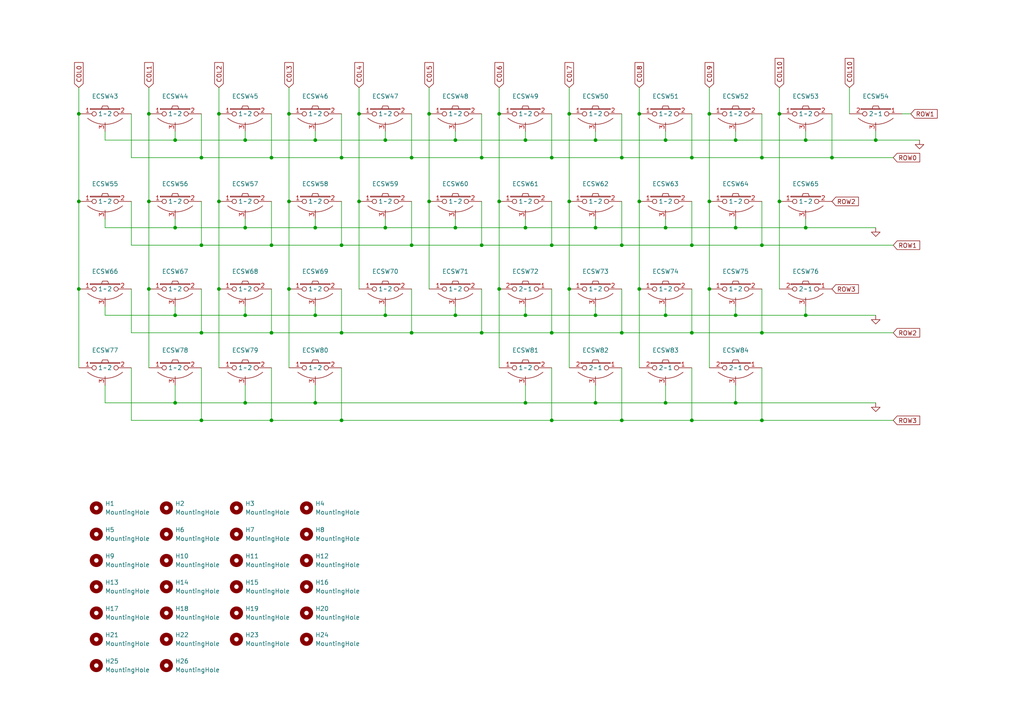
<source format=kicad_sch>
(kicad_sch (version 20230121) (generator eeschema)
  (paper "A4")
  (lib_symbols
    (symbol "Mechanical:MountingHole" (pin_names (offset 1.016))
      (property "Reference" "H" (at 0 5.08 0))
      (property "Value" "MountingHole" (at 0 3.175 0))
      (symbol "MountingHole_0_1"
        (circle (center 0 0) (radius 1.27) (stroke (width 1.27)))
      )
    )
    (symbol "capacitive_sensors:EC_switch"
      (property "Reference" "ECSW" (at 0 3.81 0))
      (symbol "EC_switch_0_1"
        (arc (start -5.08 -1.27) (mid 0 -3.052) (end 5.08 -1.27))
        (rectangle (start -4.318 1.27) (end 4.318 1.524))
        (polyline (pts (xy -1.016 1.524) (xy -0.762 2.286) (xy 0.762 2.286) (xy 1.016 1.524)))
      )
      (symbol "EC_switch_1_1"
        (pin passive inverted (at -7.62 0 0) (length 5.08) (name "1") (number "1"))
        (pin passive inverted (at 7.62 0 180) (length 5.08) (name "2") (number "2"))
        (pin passive line (at 0 -5.08 90) (length 2.54) (name "") (number "3"))
      )
    )
    (symbol "power:GND" (power) (pin_names (offset 0))
      (property "Value" "GND" (at 0 -3.81 0))
      (symbol "GND_0_1"
        (polyline (pts (xy 0 0) (xy 0 -1.27) (xy 1.27 -1.27) (xy 0 -2.54) (xy -1.27 -1.27) (xy 0 -1.27)))
      )
      (symbol "GND_1_1"
        (pin power_in line (at 0 0 270) (length 0) hide (name "GND") (number "1"))
      )
    )
  )
  (junction (at 205.74 58.42))
  (junction (at 152.4 91.44))
  (junction (at 22.86 58.42))
  (junction (at 193.04 40.64))
  (junction (at 132.08 40.64))
  (junction (at 91.44 91.44))
  (junction (at 111.76 91.44))
  (junction (at 172.72 40.64))
  (junction (at 144.78 58.42))
  (junction (at 165.1 58.42))
  (junction (at 180.34 96.52))
  (junction (at 99.06 121.92))
  (junction (at 71.12 66.04))
  (junction (at 119.38 71.12))
  (junction (at 180.34 45.72))
  (junction (at 71.12 91.44))
  (junction (at 83.82 83.82))
  (junction (at 132.08 66.04))
  (junction (at 172.72 91.44))
  (junction (at 193.04 66.04))
  (junction (at 91.44 40.64))
  (junction (at 119.38 96.52))
  (junction (at 152.4 116.84))
  (junction (at 185.42 33.02))
  (junction (at 99.06 71.12))
  (junction (at 58.42 71.12))
  (junction (at 213.36 66.04))
  (junction (at 241.3 45.72))
  (junction (at 172.72 116.84))
  (junction (at 99.06 45.72))
  (junction (at 213.36 40.64))
  (junction (at 50.8 91.44))
  (junction (at 200.66 121.92))
  (junction (at 91.44 116.84))
  (junction (at 193.04 91.44))
  (junction (at 160.02 45.72))
  (junction (at 119.38 45.72))
  (junction (at 91.44 66.04))
  (junction (at 200.66 45.72))
  (junction (at 111.76 40.64))
  (junction (at 144.78 33.02))
  (junction (at 160.02 121.92))
  (junction (at 185.42 83.82))
  (junction (at 22.86 33.02))
  (junction (at 226.06 58.42))
  (junction (at 213.36 91.44))
  (junction (at 71.12 40.64))
  (junction (at 78.74 71.12))
  (junction (at 233.68 66.04))
  (junction (at 58.42 96.52))
  (junction (at 58.42 121.92))
  (junction (at 50.8 116.84))
  (junction (at 124.46 58.42))
  (junction (at 104.14 58.42))
  (junction (at 254 40.64))
  (junction (at 83.82 33.02))
  (junction (at 220.98 121.92))
  (junction (at 111.76 66.04))
  (junction (at 180.34 71.12))
  (junction (at 43.18 58.42))
  (junction (at 180.34 121.92))
  (junction (at 78.74 121.92))
  (junction (at 160.02 71.12))
  (junction (at 165.1 83.82))
  (junction (at 43.18 83.82))
  (junction (at 213.36 116.84))
  (junction (at 200.66 96.52))
  (junction (at 152.4 66.04))
  (junction (at 22.86 83.82))
  (junction (at 124.46 33.02))
  (junction (at 144.78 83.82))
  (junction (at 78.74 96.52))
  (junction (at 63.5 58.42))
  (junction (at 50.8 66.04))
  (junction (at 200.66 71.12))
  (junction (at 226.06 33.02))
  (junction (at 139.7 96.52))
  (junction (at 63.5 83.82))
  (junction (at 165.1 33.02))
  (junction (at 233.68 91.44))
  (junction (at 63.5 33.02))
  (junction (at 132.08 91.44))
  (junction (at 58.42 45.72))
  (junction (at 139.7 45.72))
  (junction (at 220.98 71.12))
  (junction (at 50.8 40.64))
  (junction (at 205.74 83.82))
  (junction (at 160.02 96.52))
  (junction (at 193.04 116.84))
  (junction (at 78.74 45.72))
  (junction (at 233.68 40.64))
  (junction (at 43.18 33.02))
  (junction (at 71.12 116.84))
  (junction (at 99.06 96.52))
  (junction (at 185.42 58.42))
  (junction (at 104.14 33.02))
  (junction (at 152.4 40.64))
  (junction (at 205.74 33.02))
  (junction (at 83.82 58.42))
  (junction (at 172.72 66.04))
  (junction (at 139.7 71.12))
  (junction (at 220.98 45.72))
  (junction (at 220.98 96.52))
  (wire (pts (xy 132.08 63.5) (xy 132.08 66.04)))
  (wire (pts (xy 104.14 33.02) (xy 104.14 58.42)))
  (wire (pts (xy 193.04 38.1) (xy 193.04 40.64)))
  (wire (pts (xy 50.8 116.84) (xy 71.12 116.84)))
  (wire (pts (xy 50.8 40.64) (xy 71.12 40.64)))
  (wire (pts (xy 233.68 63.5) (xy 233.68 66.04)))
  (wire (pts (xy 30.48 111.76) (xy 30.48 116.84)))
  (wire (pts (xy 220.98 121.92) (xy 259.08 121.92)))
  (wire (pts (xy 144.78 25.4) (xy 144.78 33.02)))
  (wire (pts (xy 200.66 106.68) (xy 200.66 121.92)))
  (wire (pts (xy 220.98 45.72) (xy 241.3 45.72)))
  (wire (pts (xy 165.1 83.82) (xy 165.1 106.68)))
  (wire (pts (xy 22.86 25.4) (xy 22.86 33.02)))
  (wire (pts (xy 180.34 96.52) (xy 200.66 96.52)))
  (wire (pts (xy 124.46 58.42) (xy 124.46 83.82)))
  (wire (pts (xy 71.12 91.44) (xy 91.44 91.44)))
  (wire (pts (xy 78.74 33.02) (xy 78.74 45.72)))
  (wire (pts (xy 139.7 33.02) (xy 139.7 45.72)))
  (wire (pts (xy 38.1 71.12) (xy 58.42 71.12)))
  (wire (pts (xy 160.02 33.02) (xy 160.02 45.72)))
  (wire (pts (xy 226.06 58.42) (xy 226.06 83.82)))
  (wire (pts (xy 99.06 121.92) (xy 160.02 121.92)))
  (wire (pts (xy 185.42 83.82) (xy 185.42 106.68)))
  (wire (pts (xy 91.44 116.84) (xy 152.4 116.84)))
  (wire (pts (xy 152.4 38.1) (xy 152.4 40.64)))
  (wire (pts (xy 180.34 45.72) (xy 200.66 45.72)))
  (wire (pts (xy 152.4 40.64) (xy 172.72 40.64)))
  (wire (pts (xy 193.04 63.5) (xy 193.04 66.04)))
  (wire (pts (xy 241.3 33.02) (xy 241.3 45.72)))
  (wire (pts (xy 200.66 33.02) (xy 200.66 45.72)))
  (wire (pts (xy 193.04 66.04) (xy 213.36 66.04)))
  (wire (pts (xy 185.42 25.4) (xy 185.42 33.02)))
  (wire (pts (xy 22.86 83.82) (xy 22.86 106.68)))
  (wire (pts (xy 152.4 66.04) (xy 172.72 66.04)))
  (wire (pts (xy 30.48 40.64) (xy 50.8 40.64)))
  (wire (pts (xy 213.36 63.5) (xy 213.36 66.04)))
  (wire (pts (xy 246.38 25.4) (xy 246.38 33.02)))
  (wire (pts (xy 205.74 58.42) (xy 205.74 83.82)))
  (wire (pts (xy 91.44 40.64) (xy 111.76 40.64)))
  (wire (pts (xy 50.8 66.04) (xy 71.12 66.04)))
  (wire (pts (xy 50.8 91.44) (xy 71.12 91.44)))
  (wire (pts (xy 78.74 83.82) (xy 78.74 96.52)))
  (wire (pts (xy 50.8 88.9) (xy 50.8 91.44)))
  (wire (pts (xy 213.36 91.44) (xy 233.68 91.44)))
  (wire (pts (xy 30.48 38.1) (xy 30.48 40.64)))
  (wire (pts (xy 172.72 111.76) (xy 172.72 116.84)))
  (wire (pts (xy 38.1 106.68) (xy 38.1 121.92)))
  (wire (pts (xy 58.42 96.52) (xy 78.74 96.52)))
  (wire (pts (xy 119.38 83.82) (xy 119.38 96.52)))
  (wire (pts (xy 139.7 71.12) (xy 160.02 71.12)))
  (wire (pts (xy 233.68 88.9) (xy 233.68 91.44)))
  (wire (pts (xy 200.66 58.42) (xy 200.66 71.12)))
  (wire (pts (xy 78.74 71.12) (xy 99.06 71.12)))
  (wire (pts (xy 124.46 33.02) (xy 124.46 58.42)))
  (wire (pts (xy 160.02 83.82) (xy 160.02 96.52)))
  (wire (pts (xy 124.46 25.4) (xy 124.46 33.02)))
  (wire (pts (xy 185.42 33.02) (xy 185.42 58.42)))
  (wire (pts (xy 160.02 45.72) (xy 180.34 45.72)))
  (wire (pts (xy 83.82 83.82) (xy 83.82 106.68)))
  (wire (pts (xy 30.48 63.5) (xy 30.48 66.04)))
  (wire (pts (xy 91.44 91.44) (xy 111.76 91.44)))
  (wire (pts (xy 233.68 91.44) (xy 254 91.44)))
  (wire (pts (xy 144.78 83.82) (xy 144.78 106.68)))
  (wire (pts (xy 139.7 58.42) (xy 139.7 71.12)))
  (wire (pts (xy 78.74 106.68) (xy 78.74 121.92)))
  (wire (pts (xy 30.48 116.84) (xy 50.8 116.84)))
  (wire (pts (xy 83.82 58.42) (xy 83.82 83.82)))
  (wire (pts (xy 50.8 38.1) (xy 50.8 40.64)))
  (wire (pts (xy 99.06 106.68) (xy 99.06 121.92)))
  (wire (pts (xy 144.78 58.42) (xy 144.78 83.82)))
  (wire (pts (xy 132.08 40.64) (xy 152.4 40.64)))
  (wire (pts (xy 132.08 66.04) (xy 152.4 66.04)))
  (wire (pts (xy 63.5 83.82) (xy 63.5 106.68)))
  (wire (pts (xy 111.76 91.44) (xy 132.08 91.44)))
  (wire (pts (xy 71.12 38.1) (xy 71.12 40.64)))
  (wire (pts (xy 71.12 66.04) (xy 91.44 66.04)))
  (wire (pts (xy 193.04 111.76) (xy 193.04 116.84)))
  (wire (pts (xy 200.66 96.52) (xy 220.98 96.52)))
  (wire (pts (xy 71.12 111.76) (xy 71.12 116.84)))
  (wire (pts (xy 30.48 91.44) (xy 50.8 91.44)))
  (wire (pts (xy 111.76 63.5) (xy 111.76 66.04)))
  (wire (pts (xy 83.82 25.4) (xy 83.82 33.02)))
  (wire (pts (xy 63.5 33.02) (xy 63.5 58.42)))
  (wire (pts (xy 241.3 45.72) (xy 259.08 45.72)))
  (wire (pts (xy 63.5 58.42) (xy 63.5 83.82)))
  (wire (pts (xy 43.18 83.82) (xy 43.18 106.68)))
  (wire (pts (xy 30.48 88.9) (xy 30.48 91.44)))
  (wire (pts (xy 132.08 38.1) (xy 132.08 40.64)))
  (wire (pts (xy 38.1 58.42) (xy 38.1 71.12)))
  (wire (pts (xy 58.42 71.12) (xy 78.74 71.12)))
  (wire (pts (xy 205.74 25.4) (xy 205.74 33.02)))
  (wire (pts (xy 139.7 96.52) (xy 160.02 96.52)))
  (wire (pts (xy 71.12 116.84) (xy 91.44 116.84)))
  (wire (pts (xy 220.98 106.68) (xy 220.98 121.92)))
  (wire (pts (xy 261.62 33.02) (xy 264.16 33.02)))
  (wire (pts (xy 180.34 83.82) (xy 180.34 96.52)))
  (wire (pts (xy 172.72 40.64) (xy 193.04 40.64)))
  (wire (pts (xy 205.74 33.02) (xy 205.74 58.42)))
  (wire (pts (xy 193.04 116.84) (xy 213.36 116.84)))
  (wire (pts (xy 91.44 38.1) (xy 91.44 40.64)))
  (wire (pts (xy 233.68 38.1) (xy 233.68 40.64)))
  (wire (pts (xy 99.06 58.42) (xy 99.06 71.12)))
  (wire (pts (xy 71.12 88.9) (xy 71.12 91.44)))
  (wire (pts (xy 50.8 111.76) (xy 50.8 116.84)))
  (wire (pts (xy 226.06 33.02) (xy 226.06 58.42)))
  (wire (pts (xy 200.66 45.72) (xy 220.98 45.72)))
  (wire (pts (xy 172.72 38.1) (xy 172.72 40.64)))
  (wire (pts (xy 71.12 63.5) (xy 71.12 66.04)))
  (wire (pts (xy 152.4 111.76) (xy 152.4 116.84)))
  (wire (pts (xy 160.02 58.42) (xy 160.02 71.12)))
  (wire (pts (xy 213.36 66.04) (xy 233.68 66.04)))
  (wire (pts (xy 119.38 58.42) (xy 119.38 71.12)))
  (wire (pts (xy 139.7 45.72) (xy 160.02 45.72)))
  (wire (pts (xy 200.66 121.92) (xy 220.98 121.92)))
  (wire (pts (xy 220.98 58.42) (xy 220.98 71.12)))
  (wire (pts (xy 83.82 33.02) (xy 83.82 58.42)))
  (wire (pts (xy 22.86 58.42) (xy 22.86 83.82)))
  (wire (pts (xy 180.34 71.12) (xy 200.66 71.12)))
  (wire (pts (xy 213.36 111.76) (xy 213.36 116.84)))
  (wire (pts (xy 172.72 66.04) (xy 193.04 66.04)))
  (wire (pts (xy 38.1 33.02) (xy 38.1 45.72)))
  (wire (pts (xy 132.08 88.9) (xy 132.08 91.44)))
  (wire (pts (xy 180.34 106.68) (xy 180.34 121.92)))
  (wire (pts (xy 205.74 83.82) (xy 205.74 106.68)))
  (wire (pts (xy 111.76 40.64) (xy 132.08 40.64)))
  (wire (pts (xy 213.36 38.1) (xy 213.36 40.64)))
  (wire (pts (xy 99.06 83.82) (xy 99.06 96.52)))
  (wire (pts (xy 160.02 121.92) (xy 180.34 121.92)))
  (wire (pts (xy 160.02 71.12) (xy 180.34 71.12)))
  (wire (pts (xy 220.98 71.12) (xy 259.08 71.12)))
  (wire (pts (xy 213.36 40.64) (xy 233.68 40.64)))
  (wire (pts (xy 71.12 40.64) (xy 91.44 40.64)))
  (wire (pts (xy 43.18 58.42) (xy 43.18 83.82)))
  (wire (pts (xy 165.1 58.42) (xy 165.1 83.82)))
  (wire (pts (xy 213.36 116.84) (xy 254 116.84)))
  (wire (pts (xy 58.42 106.68) (xy 58.42 121.92)))
  (wire (pts (xy 104.14 25.4) (xy 104.14 33.02)))
  (wire (pts (xy 43.18 33.02) (xy 43.18 58.42)))
  (wire (pts (xy 91.44 88.9) (xy 91.44 91.44)))
  (wire (pts (xy 160.02 106.68) (xy 160.02 121.92)))
  (wire (pts (xy 111.76 66.04) (xy 132.08 66.04)))
  (wire (pts (xy 200.66 83.82) (xy 200.66 96.52)))
  (wire (pts (xy 233.68 40.64) (xy 254 40.64)))
  (wire (pts (xy 180.34 33.02) (xy 180.34 45.72)))
  (wire (pts (xy 58.42 121.92) (xy 78.74 121.92)))
  (wire (pts (xy 43.18 25.4) (xy 43.18 33.02)))
  (wire (pts (xy 58.42 33.02) (xy 58.42 45.72)))
  (wire (pts (xy 132.08 91.44) (xy 152.4 91.44)))
  (wire (pts (xy 226.06 25.4) (xy 226.06 33.02)))
  (wire (pts (xy 99.06 71.12) (xy 119.38 71.12)))
  (wire (pts (xy 193.04 91.44) (xy 213.36 91.44)))
  (wire (pts (xy 180.34 121.92) (xy 200.66 121.92)))
  (wire (pts (xy 78.74 45.72) (xy 99.06 45.72)))
  (wire (pts (xy 119.38 45.72) (xy 139.7 45.72)))
  (wire (pts (xy 139.7 83.82) (xy 139.7 96.52)))
  (wire (pts (xy 104.14 58.42) (xy 104.14 83.82)))
  (wire (pts (xy 160.02 96.52) (xy 180.34 96.52)))
  (wire (pts (xy 58.42 45.72) (xy 78.74 45.72)))
  (wire (pts (xy 50.8 63.5) (xy 50.8 66.04)))
  (wire (pts (xy 165.1 33.02) (xy 165.1 58.42)))
  (wire (pts (xy 172.72 63.5) (xy 172.72 66.04)))
  (wire (pts (xy 99.06 96.52) (xy 119.38 96.52)))
  (wire (pts (xy 152.4 88.9) (xy 152.4 91.44)))
  (wire (pts (xy 172.72 116.84) (xy 193.04 116.84)))
  (wire (pts (xy 185.42 58.42) (xy 185.42 83.82)))
  (wire (pts (xy 152.4 91.44) (xy 172.72 91.44)))
  (wire (pts (xy 30.48 66.04) (xy 50.8 66.04)))
  (wire (pts (xy 38.1 121.92) (xy 58.42 121.92)))
  (wire (pts (xy 220.98 96.52) (xy 259.08 96.52)))
  (wire (pts (xy 38.1 45.72) (xy 58.42 45.72)))
  (wire (pts (xy 119.38 96.52) (xy 139.7 96.52)))
  (wire (pts (xy 99.06 45.72) (xy 119.38 45.72)))
  (wire (pts (xy 22.86 33.02) (xy 22.86 58.42)))
  (wire (pts (xy 78.74 96.52) (xy 99.06 96.52)))
  (wire (pts (xy 63.5 25.4) (xy 63.5 33.02)))
  (wire (pts (xy 119.38 71.12) (xy 139.7 71.12)))
  (wire (pts (xy 193.04 88.9) (xy 193.04 91.44)))
  (wire (pts (xy 180.34 58.42) (xy 180.34 71.12)))
  (wire (pts (xy 254 40.64) (xy 266.7 40.64)))
  (wire (pts (xy 58.42 83.82) (xy 58.42 96.52)))
  (wire (pts (xy 58.42 58.42) (xy 58.42 71.12)))
  (wire (pts (xy 152.4 63.5) (xy 152.4 66.04)))
  (wire (pts (xy 213.36 88.9) (xy 213.36 91.44)))
  (wire (pts (xy 38.1 83.82) (xy 38.1 96.52)))
  (wire (pts (xy 172.72 91.44) (xy 193.04 91.44)))
  (wire (pts (xy 91.44 66.04) (xy 111.76 66.04)))
  (wire (pts (xy 144.78 33.02) (xy 144.78 58.42)))
  (wire (pts (xy 220.98 33.02) (xy 220.98 45.72)))
  (wire (pts (xy 220.98 83.82) (xy 220.98 96.52)))
  (wire (pts (xy 254 40.64) (xy 254 38.1)))
  (wire (pts (xy 165.1 25.4) (xy 165.1 33.02)))
  (wire (pts (xy 91.44 63.5) (xy 91.44 66.04)))
  (wire (pts (xy 233.68 66.04) (xy 254 66.04)))
  (wire (pts (xy 111.76 38.1) (xy 111.76 40.64)))
  (wire (pts (xy 172.72 88.9) (xy 172.72 91.44)))
  (wire (pts (xy 99.06 33.02) (xy 99.06 45.72)))
  (wire (pts (xy 111.76 88.9) (xy 111.76 91.44)))
  (wire (pts (xy 152.4 116.84) (xy 172.72 116.84)))
  (wire (pts (xy 38.1 96.52) (xy 58.42 96.52)))
  (wire (pts (xy 91.44 111.76) (xy 91.44 116.84)))
  (wire (pts (xy 119.38 33.02) (xy 119.38 45.72)))
  (wire (pts (xy 193.04 40.64) (xy 213.36 40.64)))
  (wire (pts (xy 78.74 121.92) (xy 99.06 121.92)))
  (wire (pts (xy 200.66 71.12) (xy 220.98 71.12)))
  (wire (pts (xy 78.74 58.42) (xy 78.74 71.12)))
  (global_label "ROW1" (shape input) (at 259.08 71.12 0) (property "Intersheetrefs" "${INTERSHEET_REFS}" (effects hide)))
  (global_label "COL9" (shape input) (at 205.74 25.4 90) (property "Intersheetrefs" "${INTERSHEET_REFS}" (effects hide)))
  (global_label "COL0" (shape input) (at 22.86 25.4 90) (property "Intersheetrefs" "${INTERSHEET_REFS}" (effects hide)))
  (global_label "COL2" (shape input) (at 63.5 25.4 90) (property "Intersheetrefs" "${INTERSHEET_REFS}" (effects hide)))
  (global_label "COL4" (shape input) (at 104.14 25.4 90) (property "Intersheetrefs" "${INTERSHEET_REFS}" (effects hide)))
  (global_label "ROW3" (shape input) (at 259.08 121.92 0) (property "Intersheetrefs" "${INTERSHEET_REFS}" (effects hide)))
  (global_label "ROW3" (shape input) (at 241.3 83.82 0) (property "Intersheetrefs" "${INTERSHEET_REFS}" (effects hide)))
  (global_label "ROW2" (shape input) (at 241.3 58.42 0) (property "Intersheetrefs" "${INTERSHEET_REFS}" (effects hide)))
  (global_label "COL10" (shape input) (at 246.38 25.4 90) (property "Intersheetrefs" "${INTERSHEET_REFS}" (effects hide)))
  (global_label "COL1" (shape input) (at 43.18 25.4 90) (property "Intersheetrefs" "${INTERSHEET_REFS}" (effects hide)))
  (global_label "COL8" (shape input) (at 185.42 25.4 90) (property "Intersheetrefs" "${INTERSHEET_REFS}" (effects hide)))
  (global_label "COL10" (shape input) (at 226.06 25.4 90) (property "Intersheetrefs" "${INTERSHEET_REFS}" (effects hide)))
  (global_label "COL6" (shape input) (at 144.78 25.4 90) (property "Intersheetrefs" "${INTERSHEET_REFS}" (effects hide)))
  (global_label "ROW1" (shape input) (at 264.16 33.02 0) (property "Intersheetrefs" "${INTERSHEET_REFS}" (effects hide)))
  (global_label "COL7" (shape input) (at 165.1 25.4 90) (property "Intersheetrefs" "${INTERSHEET_REFS}" (effects hide)))
  (global_label "ROW0" (shape input) (at 259.08 45.72 0) (property "Intersheetrefs" "${INTERSHEET_REFS}" (effects hide)))
  (global_label "COL5" (shape input) (at 124.46 25.4 90) (property "Intersheetrefs" "${INTERSHEET_REFS}" (effects hide)))
  (global_label "ROW2" (shape input) (at 259.08 96.52 0) (property "Intersheetrefs" "${INTERSHEET_REFS}" (effects hide)))
  (global_label "COL3" (shape input) (at 83.82 25.4 90) (property "Intersheetrefs" "${INTERSHEET_REFS}" (effects hide)))
  (symbol (lib_id "Mechanical:MountingHole") (at 88.9 147.32 0) (unit 1)
    (property "Reference" "H4" (at 91.44 146.05 0) (effects (justify left)))
    (property "Value" "MountingHole" (at 91.44 148.59 0) (effects (justify left)))
    (property "Footprint" "capacitive_sensors:MountingHole_2.2mm_M2" (effects hide))
  )
  (symbol (lib_id "capacitive_sensors:EC_switch") (at 172.72 83.82 0) (unit 1)
    (property "Reference" "ECSW73" (at 172.72 78.74 0))
    (property "Value" "~" (at 172.72 83.82 0))
    (property "Footprint" "capacitive_sensors:plate_cut_1U_topre" (effects hide))
  )
  (symbol (lib_id "capacitive_sensors:EC_switch") (at 50.8 58.42 0) (unit 1)
    (property "Reference" "ECSW56" (at 50.8 53.34 0))
    (property "Value" "~" (at 50.8 58.42 0))
    (property "Footprint" "capacitive_sensors:plate_cut_1U_topre" (effects hide))
  )
  (symbol (lib_id "capacitive_sensors:EC_switch") (at 30.48 58.42 0) (unit 1)
    (property "Reference" "ECSW55" (at 30.48 53.34 0))
    (property "Value" "~" (at 30.48 58.42 0))
    (property "Footprint" "capacitive_sensors:plate_cut_1U_topre" (effects hide))
  )
  (symbol (lib_id "Mechanical:MountingHole") (at 88.9 154.94 0) (unit 1)
    (property "Reference" "H8" (at 91.44 153.67 0) (effects (justify left)))
    (property "Value" "MountingHole" (at 91.44 156.21 0) (effects (justify left)))
    (property "Footprint" "capacitive_sensors:MountingHole_2.2mm_M2" (effects hide))
  )
  (symbol (lib_id "capacitive_sensors:EC_switch") (at 152.4 58.42 0) (unit 1)
    (property "Reference" "ECSW61" (at 152.4 53.34 0))
    (property "Value" "~" (at 152.4 58.42 0))
    (property "Footprint" "capacitive_sensors:plate_cut_1U_topre" (effects hide))
  )
  (symbol (lib_id "power:GND") (at 266.7 40.64 0) (unit 1)
    (property "Reference" "#PWR05" (effects hide))
    (property "Value" "GND" (effects hide))
  )
  (symbol (lib_id "capacitive_sensors:EC_switch") (at 193.04 33.02 0) (unit 1)
    (property "Reference" "ECSW51" (at 193.04 27.94 0))
    (property "Value" "~" (at 193.04 33.02 0))
    (property "Footprint" "capacitive_sensors:plate_cut_1U_topre" (effects hide))
  )
  (symbol (lib_id "capacitive_sensors:EC_switch") (at 50.8 106.68 0) (unit 1)
    (property "Reference" "ECSW78" (at 50.8 101.6 0))
    (property "Value" "~" (at 50.8 106.68 0))
    (property "Footprint" "capacitive_sensors:plate_cut_1U_topre" (effects hide))
  )
  (symbol (lib_id "Mechanical:MountingHole") (at 27.94 154.94 0) (unit 1)
    (property "Reference" "H5" (at 30.48 153.67 0) (effects (justify left)))
    (property "Value" "MountingHole" (at 30.48 156.21 0) (effects (justify left)))
    (property "Footprint" "capacitive_sensors:MountingHole_2.2mm_M2" (effects hide))
  )
  (symbol (lib_id "capacitive_sensors:EC_switch") (at 30.48 106.68 0) (unit 1)
    (property "Reference" "ECSW77" (at 30.48 101.6 0))
    (property "Value" "~" (at 30.48 106.68 0))
    (property "Footprint" "capacitive_sensors:plate_cut_1U_topre" (effects hide))
  )
  (symbol (lib_id "capacitive_sensors:EC_switch") (at 132.08 83.82 0) (unit 1)
    (property "Reference" "ECSW71" (at 132.08 78.74 0))
    (property "Value" "~" (at 132.08 83.82 0))
    (property "Footprint" "capacitive_sensors:plate_cut_1U_topre" (effects hide))
  )
  (symbol (lib_id "Mechanical:MountingHole") (at 68.58 147.32 0) (unit 1)
    (property "Reference" "H3" (at 71.12 146.05 0) (effects (justify left)))
    (property "Value" "MountingHole" (at 71.12 148.59 0) (effects (justify left)))
    (property "Footprint" "capacitive_sensors:MountingHole_2.2mm_M2" (effects hide))
  )
  (symbol (lib_id "Mechanical:MountingHole") (at 88.9 177.8 0) (unit 1)
    (property "Reference" "H20" (at 91.44 176.53 0) (effects (justify left)))
    (property "Value" "MountingHole" (at 91.44 179.07 0) (effects (justify left)))
    (property "Footprint" "capacitive_sensors:MountingHole_2.2mm_M2" (effects hide))
  )
  (symbol (lib_id "capacitive_sensors:EC_switch") (at 91.44 33.02 0) (unit 1)
    (property "Reference" "ECSW46" (at 91.44 27.94 0))
    (property "Value" "~" (at 91.44 33.02 0))
    (property "Footprint" "capacitive_sensors:plate_cut_1U_topre" (effects hide))
  )
  (symbol (lib_id "Mechanical:MountingHole") (at 48.26 177.8 0) (unit 1)
    (property "Reference" "H18" (at 50.8 176.53 0) (effects (justify left)))
    (property "Value" "MountingHole" (at 50.8 179.07 0) (effects (justify left)))
    (property "Footprint" "capacitive_sensors:MountingHole_2.2mm_M2" (effects hide))
  )
  (symbol (lib_id "capacitive_sensors:EC_switch") (at 91.44 83.82 0) (unit 1)
    (property "Reference" "ECSW69" (at 91.44 78.74 0))
    (property "Value" "~" (at 91.44 83.82 0))
    (property "Footprint" "capacitive_sensors:plate_cut_1U_topre" (effects hide))
  )
  (symbol (lib_id "Mechanical:MountingHole") (at 88.9 170.18 0) (unit 1)
    (property "Reference" "H16" (at 91.44 168.91 0) (effects (justify left)))
    (property "Value" "MountingHole" (at 91.44 171.45 0) (effects (justify left)))
    (property "Footprint" "capacitive_sensors:MountingHole_2.2mm_M2" (effects hide))
  )
  (symbol (lib_id "capacitive_sensors:EC_switch") (at 71.12 33.02 0) (unit 1)
    (property "Reference" "ECSW45" (at 71.12 27.94 0))
    (property "Value" "~" (at 71.12 33.02 0))
    (property "Footprint" "capacitive_sensors:plate_cut_1U_topre" (effects hide))
  )
  (symbol (lib_id "capacitive_sensors:EC_switch") (at 233.68 33.02 0) (unit 1)
    (property "Reference" "ECSW53" (at 233.68 27.94 0))
    (property "Value" "~" (at 233.68 33.02 0))
    (property "Footprint" "capacitive_sensors:plate_cut_1U_topre" (effects hide))
  )
  (symbol (lib_id "Mechanical:MountingHole") (at 48.26 162.56 0) (unit 1)
    (property "Reference" "H10" (at 50.8 161.29 0) (effects (justify left)))
    (property "Value" "MountingHole" (at 50.8 163.83 0) (effects (justify left)))
    (property "Footprint" "capacitive_sensors:MountingHole_2.2mm_M2" (effects hide))
  )
  (symbol (lib_id "capacitive_sensors:EC_switch") (at 152.4 83.82 0) (mirror y) (unit 1)
    (property "Reference" "ECSW72" (at 152.4 78.74 0))
    (property "Value" "~" (at 152.4 83.82 0))
    (property "Footprint" "capacitive_sensors:plate_cut_1U_topre" (effects hide))
  )
  (symbol (lib_id "Mechanical:MountingHole") (at 27.94 170.18 0) (unit 1)
    (property "Reference" "H13" (at 30.48 168.91 0) (effects (justify left)))
    (property "Value" "MountingHole" (at 30.48 171.45 0) (effects (justify left)))
    (property "Footprint" "capacitive_sensors:MountingHole_2.2mm_M2" (effects hide))
  )
  (symbol (lib_id "capacitive_sensors:EC_switch") (at 213.36 83.82 0) (unit 1)
    (property "Reference" "ECSW75" (at 213.36 78.74 0))
    (property "Value" "~" (at 213.36 83.82 0))
    (property "Footprint" "capacitive_sensors:plate_cut_1U_topre" (effects hide))
  )
  (symbol (lib_id "capacitive_sensors:EC_switch") (at 30.48 83.82 0) (unit 1)
    (property "Reference" "ECSW66" (at 30.48 78.74 0))
    (property "Value" "~" (at 30.48 83.82 0))
    (property "Footprint" "capacitive_sensors:plate_cut_1U_topre" (effects hide))
  )
  (symbol (lib_id "capacitive_sensors:EC_switch") (at 50.8 33.02 0) (unit 1)
    (property "Reference" "ECSW44" (at 50.8 27.94 0))
    (property "Value" "~" (at 50.8 33.02 0))
    (property "Footprint" "capacitive_sensors:plate_cut_1U_topre" (effects hide))
  )
  (symbol (lib_id "Mechanical:MountingHole") (at 68.58 154.94 0) (unit 1)
    (property "Reference" "H7" (at 71.12 153.67 0) (effects (justify left)))
    (property "Value" "MountingHole" (at 71.12 156.21 0) (effects (justify left)))
    (property "Footprint" "capacitive_sensors:MountingHole_2.2mm_M2" (effects hide))
  )
  (symbol (lib_id "capacitive_sensors:EC_switch") (at 193.04 83.82 0) (unit 1)
    (property "Reference" "ECSW74" (at 193.04 78.74 0))
    (property "Value" "~" (at 193.04 83.82 0))
    (property "Footprint" "capacitive_sensors:plate_cut_1U_topre" (effects hide))
  )
  (symbol (lib_id "Mechanical:MountingHole") (at 88.9 162.56 0) (unit 1)
    (property "Reference" "H12" (at 91.44 161.29 0) (effects (justify left)))
    (property "Value" "MountingHole" (at 91.44 163.83 0) (effects (justify left)))
    (property "Footprint" "capacitive_sensors:MountingHole_2.2mm_M2" (effects hide))
  )
  (symbol (lib_id "capacitive_sensors:EC_switch") (at 172.72 33.02 0) (unit 1)
    (property "Reference" "ECSW50" (at 172.72 27.94 0))
    (property "Value" "~" (at 172.72 33.02 0))
    (property "Footprint" "capacitive_sensors:plate_cut_1U_topre" (effects hide))
  )
  (symbol (lib_id "capacitive_sensors:EC_switch") (at 71.12 58.42 0) (unit 1)
    (property "Reference" "ECSW57" (at 71.12 53.34 0))
    (property "Value" "~" (at 71.12 58.42 0))
    (property "Footprint" "capacitive_sensors:plate_cut_1U_topre" (effects hide))
  )
  (symbol (lib_id "capacitive_sensors:EC_switch") (at 132.08 58.42 0) (unit 1)
    (property "Reference" "ECSW60" (at 132.08 53.34 0))
    (property "Value" "~" (at 132.08 58.42 0))
    (property "Footprint" "capacitive_sensors:plate_cut_1U_topre" (effects hide))
  )
  (symbol (lib_id "Mechanical:MountingHole") (at 48.26 170.18 0) (unit 1)
    (property "Reference" "H14" (at 50.8 168.91 0) (effects (justify left)))
    (property "Value" "MountingHole" (at 50.8 171.45 0) (effects (justify left)))
    (property "Footprint" "capacitive_sensors:MountingHole_2.2mm_M2" (effects hide))
  )
  (symbol (lib_id "capacitive_sensors:EC_switch") (at 213.36 33.02 0) (unit 1)
    (property "Reference" "ECSW52" (at 213.36 27.94 0))
    (property "Value" "~" (at 213.36 33.02 0))
    (property "Footprint" "capacitive_sensors:plate_cut_1U_topre" (effects hide))
  )
  (symbol (lib_id "power:GND") (at 254 116.84 0) (unit 1)
    (property "Reference" "#PWR08" (effects hide))
    (property "Value" "GND" (effects hide))
  )
  (symbol (lib_id "capacitive_sensors:EC_switch") (at 193.04 58.42 0) (unit 1)
    (property "Reference" "ECSW63" (at 193.04 53.34 0))
    (property "Value" "~" (at 193.04 58.42 0))
    (property "Footprint" "capacitive_sensors:plate_cut_1U_topre" (effects hide))
  )
  (symbol (lib_id "Mechanical:MountingHole") (at 68.58 162.56 0) (unit 1)
    (property "Reference" "H11" (at 71.12 161.29 0) (effects (justify left)))
    (property "Value" "MountingHole" (at 71.12 163.83 0) (effects (justify left)))
    (property "Footprint" "capacitive_sensors:MountingHole_2.2mm_M2" (effects hide))
  )
  (symbol (lib_id "capacitive_sensors:EC_switch") (at 71.12 106.68 0) (unit 1)
    (property "Reference" "ECSW79" (at 71.12 101.6 0))
    (property "Value" "~" (at 71.12 106.68 0))
    (property "Footprint" "capacitive_sensors:plate_cut_1U_topre" (effects hide))
  )
  (symbol (lib_id "power:GND") (at 254 66.04 0) (unit 1)
    (property "Reference" "#PWR06" (effects hide))
    (property "Value" "GND" (effects hide))
  )
  (symbol (lib_id "capacitive_sensors:EC_switch") (at 111.76 83.82 0) (unit 1)
    (property "Reference" "ECSW70" (at 111.76 78.74 0))
    (property "Value" "~" (at 111.76 83.82 0))
    (property "Footprint" "capacitive_sensors:plate_cut_1U_topre" (effects hide))
  )
  (symbol (lib_id "Mechanical:MountingHole") (at 27.94 177.8 0) (unit 1)
    (property "Reference" "H17" (at 30.48 176.53 0) (effects (justify left)))
    (property "Value" "MountingHole" (at 30.48 179.07 0) (effects (justify left)))
    (property "Footprint" "capacitive_sensors:MountingHole_2.2mm_M2" (effects hide))
  )
  (symbol (lib_id "capacitive_sensors:EC_switch") (at 71.12 83.82 0) (unit 1)
    (property "Reference" "ECSW68" (at 71.12 78.74 0))
    (property "Value" "~" (at 71.12 83.82 0))
    (property "Footprint" "capacitive_sensors:plate_cut_1U_topre" (effects hide))
  )
  (symbol (lib_id "capacitive_sensors:EC_switch") (at 111.76 33.02 0) (unit 1)
    (property "Reference" "ECSW47" (at 111.76 27.94 0))
    (property "Value" "~" (at 111.76 33.02 0))
    (property "Footprint" "capacitive_sensors:plate_cut_1U_topre" (effects hide))
  )
  (symbol (lib_id "Mechanical:MountingHole") (at 88.9 185.42 0) (unit 1)
    (property "Reference" "H24" (at 91.44 184.15 0) (effects (justify left)))
    (property "Value" "MountingHole" (at 91.44 186.69 0) (effects (justify left)))
    (property "Footprint" "capacitive_sensors:MountingHole_2.2mm_M2" (effects hide))
  )
  (symbol (lib_id "Mechanical:MountingHole") (at 27.94 185.42 0) (unit 1)
    (property "Reference" "H21" (at 30.48 184.15 0) (effects (justify left)))
    (property "Value" "MountingHole" (at 30.48 186.69 0) (effects (justify left)))
    (property "Footprint" "capacitive_sensors:MountingHole_2.2mm_M2" (effects hide))
  )
  (symbol (lib_id "Mechanical:MountingHole") (at 27.94 162.56 0) (unit 1)
    (property "Reference" "H9" (at 30.48 161.29 0) (effects (justify left)))
    (property "Value" "MountingHole" (at 30.48 163.83 0) (effects (justify left)))
    (property "Footprint" "capacitive_sensors:MountingHole_2.2mm_M2" (effects hide))
  )
  (symbol (lib_id "Mechanical:MountingHole") (at 48.26 147.32 0) (unit 1)
    (property "Reference" "H2" (at 50.8 146.05 0) (effects (justify left)))
    (property "Value" "MountingHole" (at 50.8 148.59 0) (effects (justify left)))
    (property "Footprint" "capacitive_sensors:MountingHole_2.2mm_M2" (effects hide))
  )
  (symbol (lib_id "Mechanical:MountingHole") (at 48.26 154.94 0) (unit 1)
    (property "Reference" "H6" (at 50.8 153.67 0) (effects (justify left)))
    (property "Value" "MountingHole" (at 50.8 156.21 0) (effects (justify left)))
    (property "Footprint" "capacitive_sensors:MountingHole_2.2mm_M2" (effects hide))
  )
  (symbol (lib_id "Mechanical:MountingHole") (at 48.26 193.04 0) (unit 1)
    (property "Reference" "H26" (at 50.8 191.77 0) (effects (justify left)))
    (property "Value" "MountingHole" (at 50.8 194.31 0) (effects (justify left)))
    (property "Footprint" "capacitive_sensors:MountingHole_2.2mm_M2" (effects hide))
  )
  (symbol (lib_id "capacitive_sensors:EC_switch") (at 213.36 106.68 0) (mirror y) (unit 1)
    (property "Reference" "ECSW84" (at 213.36 101.6 0))
    (property "Value" "~" (at 213.36 106.68 0))
    (property "Footprint" "capacitive_sensors:plate_cut_1U_topre" (effects hide))
  )
  (symbol (lib_id "capacitive_sensors:EC_switch") (at 152.4 33.02 0) (unit 1)
    (property "Reference" "ECSW49" (at 152.4 27.94 0))
    (property "Value" "~" (at 152.4 33.02 0))
    (property "Footprint" "capacitive_sensors:plate_cut_1U_topre" (effects hide))
  )
  (symbol (lib_id "capacitive_sensors:EC_switch") (at 172.72 106.68 0) (mirror y) (unit 1)
    (property "Reference" "ECSW82" (at 172.72 101.6 0))
    (property "Value" "~" (at 172.72 106.68 0))
    (property "Footprint" "capacitive_sensors:plate_cut_1U_topre" (effects hide))
  )
  (symbol (lib_id "capacitive_sensors:EC_switch") (at 91.44 106.68 0) (unit 1)
    (property "Reference" "ECSW80" (at 91.44 101.6 0))
    (property "Value" "~" (at 91.44 106.68 0))
    (property "Footprint" "capacitive_sensors:plate_cut_2U_topre" (effects hide))
  )
  (symbol (lib_id "Mechanical:MountingHole") (at 27.94 193.04 0) (unit 1)
    (property "Reference" "H25" (at 30.48 191.77 0) (effects (justify left)))
    (property "Value" "MountingHole" (at 30.48 194.31 0) (effects (justify left)))
    (property "Footprint" "capacitive_sensors:MountingHole_2.2mm_M2" (effects hide))
  )
  (symbol (lib_id "capacitive_sensors:EC_switch") (at 132.08 33.02 0) (unit 1)
    (property "Reference" "ECSW48" (at 132.08 27.94 0))
    (property "Value" "~" (at 132.08 33.02 0))
    (property "Footprint" "capacitive_sensors:plate_cut_1U_topre" (effects hide))
  )
  (symbol (lib_id "capacitive_sensors:EC_switch") (at 233.68 58.42 0) (unit 1)
    (property "Reference" "ECSW65" (at 233.68 53.34 0))
    (property "Value" "~" (at 233.68 58.42 0))
    (property "Footprint" "capacitive_sensors:plate_cut_1U_topre" (effects hide))
  )
  (symbol (lib_id "Mechanical:MountingHole") (at 68.58 170.18 0) (unit 1)
    (property "Reference" "H15" (at 71.12 168.91 0) (effects (justify left)))
    (property "Value" "MountingHole" (at 71.12 171.45 0) (effects (justify left)))
    (property "Footprint" "capacitive_sensors:MountingHole_2.2mm_M2" (effects hide))
  )
  (symbol (lib_id "capacitive_sensors:EC_switch") (at 30.48 33.02 0) (unit 1)
    (property "Reference" "ECSW43" (at 30.48 27.94 0))
    (property "Value" "~" (at 30.48 33.02 0))
    (property "Footprint" "capacitive_sensors:plate_cut_1U_topre" (effects hide))
  )
  (symbol (lib_id "capacitive_sensors:EC_switch") (at 213.36 58.42 0) (unit 1)
    (property "Reference" "ECSW64" (at 213.36 53.34 0))
    (property "Value" "~" (at 213.36 58.42 0))
    (property "Footprint" "capacitive_sensors:plate_cut_1U_topre" (effects hide))
  )
  (symbol (lib_id "capacitive_sensors:EC_switch") (at 172.72 58.42 0) (unit 1)
    (property "Reference" "ECSW62" (at 172.72 53.34 0))
    (property "Value" "~" (at 172.72 58.42 0))
    (property "Footprint" "capacitive_sensors:plate_cut_1U_topre" (effects hide))
  )
  (symbol (lib_id "capacitive_sensors:EC_switch") (at 254 33.02 0) (mirror y) (unit 1)
    (property "Reference" "ECSW54" (at 254 27.94 0))
    (property "Value" "~" (at 254 33.02 0))
    (property "Footprint" "capacitive_sensors:plate_cut_1U_topre" (effects hide))
  )
  (symbol (lib_id "capacitive_sensors:EC_switch") (at 193.04 106.68 0) (mirror y) (unit 1)
    (property "Reference" "ECSW83" (at 193.04 101.6 0))
    (property "Value" "~" (at 193.04 106.68 0))
    (property "Footprint" "capacitive_sensors:plate_cut_1U_topre" (effects hide))
  )
  (symbol (lib_id "Mechanical:MountingHole") (at 27.94 147.32 0) (unit 1)
    (property "Reference" "H1" (at 30.48 146.05 0) (effects (justify left)))
    (property "Value" "MountingHole" (at 30.48 148.59 0) (effects (justify left)))
    (property "Footprint" "capacitive_sensors:MountingHole_2.2mm_M2" (effects hide))
  )
  (symbol (lib_id "capacitive_sensors:EC_switch") (at 152.4 106.68 0) (unit 1)
    (property "Reference" "ECSW81" (at 152.4 101.6 0))
    (property "Value" "~" (at 152.4 106.68 0))
    (property "Footprint" "capacitive_sensors:plate_cut_2U_topre" (effects hide))
  )
  (symbol (lib_id "Mechanical:MountingHole") (at 68.58 177.8 0) (unit 1)
    (property "Reference" "H19" (at 71.12 176.53 0) (effects (justify left)))
    (property "Value" "MountingHole" (at 71.12 179.07 0) (effects (justify left)))
    (property "Footprint" "capacitive_sensors:MountingHole_2.2mm_M2" (effects hide))
  )
  (symbol (lib_id "capacitive_sensors:EC_switch") (at 50.8 83.82 0) (unit 1)
    (property "Reference" "ECSW67" (at 50.8 78.74 0))
    (property "Value" "~" (at 50.8 83.82 0))
    (property "Footprint" "capacitive_sensors:plate_cut_1U_topre" (effects hide))
  )
  (symbol (lib_id "Mechanical:MountingHole") (at 68.58 185.42 0) (unit 1)
    (property "Reference" "H23" (at 71.12 184.15 0) (effects (justify left)))
    (property "Value" "MountingHole" (at 71.12 186.69 0) (effects (justify left)))
    (property "Footprint" "capacitive_sensors:MountingHole_2.2mm_M2" (effects hide))
  )
  (symbol (lib_id "capacitive_sensors:EC_switch") (at 233.68 83.82 0) (mirror y) (unit 1)
    (property "Reference" "ECSW76" (at 233.68 78.74 0))
    (property "Value" "~" (at 233.68 83.82 0))
    (property "Footprint" "capacitive_sensors:plate_cut_1U_topre" (effects hide))
  )
  (symbol (lib_id "capacitive_sensors:EC_switch") (at 111.76 58.42 0) (unit 1)
    (property "Reference" "ECSW59" (at 111.76 53.34 0))
    (property "Value" "~" (at 111.76 58.42 0))
    (property "Footprint" "capacitive_sensors:plate_cut_1U_topre" (effects hide))
  )
  (symbol (lib_id "power:GND") (at 254 91.44 0) (unit 1)
    (property "Reference" "#PWR07" (effects hide))
    (property "Value" "GND" (effects hide))
  )
  (symbol (lib_id "Mechanical:MountingHole") (at 48.26 185.42 0) (unit 1)
    (property "Reference" "H22" (at 50.8 184.15 0) (effects (justify left)))
    (property "Value" "MountingHole" (at 50.8 186.69 0) (effects (justify left)))
    (property "Footprint" "capacitive_sensors:MountingHole_2.2mm_M2" (effects hide))
  )
  (symbol (lib_id "capacitive_sensors:EC_switch") (at 91.44 58.42 0) (unit 1)
    (property "Reference" "ECSW58" (at 91.44 53.34 0))
    (property "Value" "~" (at 91.44 58.42 0))
    (property "Footprint" "capacitive_sensors:plate_cut_1U_topre" (effects hide))
  )
)
</source>
